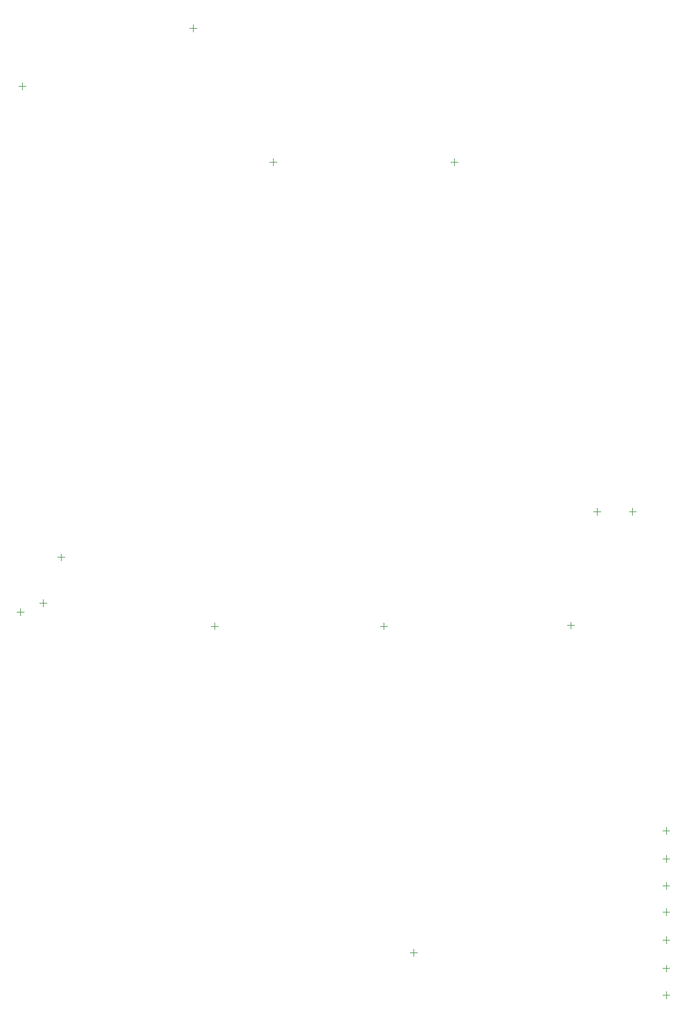
<source format=gbr>
G04*
G04 #@! TF.GenerationSoftware,Altium Limited,Altium Designer,24.1.2 (44)*
G04*
G04 Layer_Color=32896*
%FSLAX25Y25*%
%MOIN*%
G70*
G04*
G04 #@! TF.SameCoordinates,A85318EA-E4D8-42E9-B0A6-CF3BD3DAF5E5*
G04*
G04*
G04 #@! TF.FilePolarity,Positive*
G04*
G01*
G75*
%ADD16C,0.00394*%
%ADD57C,0.00197*%
D16*
X1064961Y618110D02*
Y622047D01*
X1062992Y620079D02*
X1066929D01*
X1045276Y618110D02*
Y622047D01*
X1043307Y620079D02*
X1047244D01*
X746063Y592520D02*
Y596457D01*
X744095Y594488D02*
X748032D01*
X1081693Y441929D02*
X1085630D01*
X1083661Y439961D02*
Y443898D01*
X940945Y374016D02*
X944882D01*
X942913Y372047D02*
Y375984D01*
X1081693Y350394D02*
X1085630D01*
X1083661Y348425D02*
Y352362D01*
X1081693Y365158D02*
X1085630D01*
X1083661Y363189D02*
Y367126D01*
X1081693Y380906D02*
X1085630D01*
X1083661Y378937D02*
Y382874D01*
X1081693Y396654D02*
X1085630D01*
X1083661Y394685D02*
Y398622D01*
X1081693Y426181D02*
X1085630D01*
X1083661Y424213D02*
Y428150D01*
X1081693Y411417D02*
X1085630D01*
X1083661Y409449D02*
Y413386D01*
X1028543Y556496D02*
X1032480D01*
X1030512Y554528D02*
Y558465D01*
X924213Y556102D02*
X928150D01*
X926181Y554134D02*
Y558071D01*
X829724Y556102D02*
X833661D01*
X831693Y554134D02*
Y558071D01*
X723425Y562008D02*
Y565945D01*
X721457Y563976D02*
X725394D01*
X734252Y568898D02*
X738189D01*
X736221Y566929D02*
Y570866D01*
X817913Y889764D02*
X821850D01*
X819882Y887795D02*
Y891732D01*
X724409Y855394D02*
Y859331D01*
X722441Y857362D02*
X726378D01*
D57*
X862598Y814961D02*
X866535D01*
X864567Y812992D02*
Y816929D01*
X965433Y812992D02*
Y816929D01*
X963465Y814961D02*
X967402D01*
M02*

</source>
